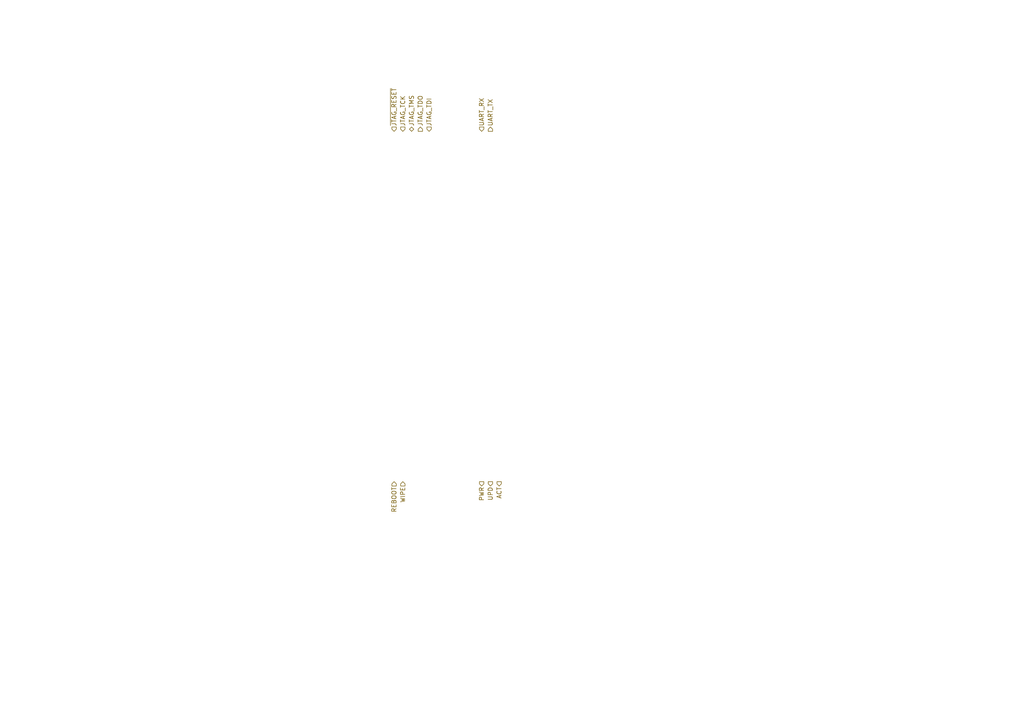
<source format=kicad_sch>
(kicad_sch
	(version 20231120)
	(generator "eeschema")
	(generator_version "8.0")
	(uuid "393d1ad1-4f47-4813-80db-2ff0bccd8599")
	(paper "A4")
	(lib_symbols)
	(hierarchical_label "REBOOT"
		(shape input)
		(at 114.3 139.7 270)
		(effects
			(font
				(size 1.27 1.27)
			)
			(justify right)
		)
		(uuid "0c6e71a3-ccd4-4f57-aacd-cd48264882d5")
	)
	(hierarchical_label "~{JTAG_RESET}"
		(shape input)
		(at 114.3 38.1 90)
		(effects
			(font
				(size 1.27 1.27)
			)
			(justify left)
		)
		(uuid "229a3404-2336-45f6-b34e-89bae4bf1f28")
	)
	(hierarchical_label "UART_TX"
		(shape output)
		(at 142.24 38.1 90)
		(effects
			(font
				(size 1.27 1.27)
			)
			(justify left)
		)
		(uuid "3344ea58-6ebf-4d72-89cc-cbac6c60daa4")
	)
	(hierarchical_label "UPD"
		(shape output)
		(at 142.24 139.7 270)
		(effects
			(font
				(size 1.27 1.27)
			)
			(justify right)
		)
		(uuid "5da7ab40-9bf4-4dc1-a08c-dee7ad9780f6")
	)
	(hierarchical_label "JTAG_TMS"
		(shape bidirectional)
		(at 119.38 38.1 90)
		(effects
			(font
				(size 1.27 1.27)
			)
			(justify left)
		)
		(uuid "617b37ec-b5d3-4e1b-971a-1e543c286c47")
	)
	(hierarchical_label "WIPE"
		(shape input)
		(at 116.84 139.7 270)
		(effects
			(font
				(size 1.27 1.27)
			)
			(justify right)
		)
		(uuid "6ebd1d0f-ebc5-4fed-866b-72c1fc73c067")
	)
	(hierarchical_label "JTAG_TDI"
		(shape input)
		(at 124.46 38.1 90)
		(effects
			(font
				(size 1.27 1.27)
			)
			(justify left)
		)
		(uuid "6f1da862-866e-4613-b148-bd73f5d74510")
	)
	(hierarchical_label "PWR"
		(shape output)
		(at 139.7 139.7 270)
		(effects
			(font
				(size 1.27 1.27)
			)
			(justify right)
		)
		(uuid "6f559997-3ab3-4801-91cc-bd35a3229ef7")
	)
	(hierarchical_label "ACT"
		(shape output)
		(at 144.78 139.7 270)
		(effects
			(font
				(size 1.27 1.27)
			)
			(justify right)
		)
		(uuid "7a9cbe62-0a68-488f-b000-8245036b151d")
	)
	(hierarchical_label "JTAG_TCK"
		(shape input)
		(at 116.84 38.1 90)
		(effects
			(font
				(size 1.27 1.27)
			)
			(justify left)
		)
		(uuid "806823e9-c7ef-45dc-832c-ddb4378c340f")
	)
	(hierarchical_label "JTAG_TDO"
		(shape output)
		(at 121.92 38.1 90)
		(effects
			(font
				(size 1.27 1.27)
			)
			(justify left)
		)
		(uuid "c8c54128-6def-44a1-83c3-03363c086b89")
	)
	(hierarchical_label "UART_RX"
		(shape input)
		(at 139.7 38.1 90)
		(effects
			(font
				(size 1.27 1.27)
			)
			(justify left)
		)
		(uuid "f746bc5a-1478-4385-b328-a1f6bc50eb2b")
	)
)

</source>
